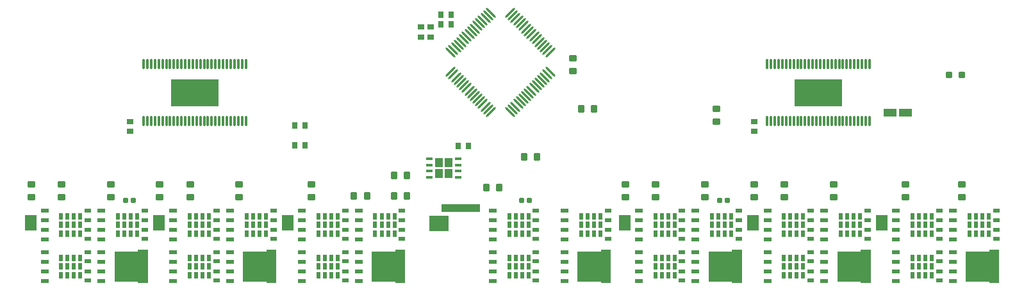
<source format=gtp>
G04*
G04 #@! TF.GenerationSoftware,Altium Limited,Altium Designer,20.0.11 (256)*
G04*
G04 Layer_Color=8421504*
%FSLAX25Y25*%
%MOIN*%
G70*
G01*
G75*
%ADD21R,0.03543X0.02362*%
%ADD22R,0.02362X0.03543*%
%ADD23R,0.04134X0.05118*%
%ADD24R,0.04134X0.05118*%
%ADD25R,0.04134X0.05118*%
%ADD26R,0.04134X0.05118*%
%ADD27R,0.10236X0.08268*%
%ADD28R,0.20079X0.04331*%
%ADD29R,0.06299X0.08268*%
%ADD30R,0.06693X0.03937*%
G04:AMPARAMS|DCode=31|XSize=39.37mil|YSize=35.43mil|CornerRadius=4.43mil|HoleSize=0mil|Usage=FLASHONLY|Rotation=180.000|XOffset=0mil|YOffset=0mil|HoleType=Round|Shape=RoundedRectangle|*
%AMROUNDEDRECTD31*
21,1,0.03937,0.02657,0,0,180.0*
21,1,0.03051,0.03543,0,0,180.0*
1,1,0.00886,-0.01526,0.01329*
1,1,0.00886,0.01526,0.01329*
1,1,0.00886,0.01526,-0.01329*
1,1,0.00886,-0.01526,-0.01329*
%
%ADD31ROUNDEDRECTD31*%
G04:AMPARAMS|DCode=32|XSize=39.37mil|YSize=35.43mil|CornerRadius=4.43mil|HoleSize=0mil|Usage=FLASHONLY|Rotation=270.000|XOffset=0mil|YOffset=0mil|HoleType=Round|Shape=RoundedRectangle|*
%AMROUNDEDRECTD32*
21,1,0.03937,0.02657,0,0,270.0*
21,1,0.03051,0.03543,0,0,270.0*
1,1,0.00886,-0.01329,-0.01526*
1,1,0.00886,-0.01329,0.01526*
1,1,0.00886,0.01329,0.01526*
1,1,0.00886,0.01329,-0.01526*
%
%ADD32ROUNDEDRECTD32*%
%ADD33R,0.03543X0.01181*%
%ADD34R,0.04134X0.02362*%
G04:AMPARAMS|DCode=35|XSize=11.81mil|YSize=70.87mil|CornerRadius=0mil|HoleSize=0mil|Usage=FLASHONLY|Rotation=45.000|XOffset=0mil|YOffset=0mil|HoleType=Round|Shape=Round|*
%AMOVALD35*
21,1,0.05906,0.01181,0.00000,0.00000,135.0*
1,1,0.01181,0.02088,-0.02088*
1,1,0.01181,-0.02088,0.02088*
%
%ADD35OVALD35*%

G04:AMPARAMS|DCode=36|XSize=11.81mil|YSize=70.87mil|CornerRadius=0mil|HoleSize=0mil|Usage=FLASHONLY|Rotation=315.000|XOffset=0mil|YOffset=0mil|HoleType=Round|Shape=Round|*
%AMOVALD36*
21,1,0.05906,0.01181,0.00000,0.00000,45.0*
1,1,0.01181,-0.02088,-0.02088*
1,1,0.01181,0.02088,0.02088*
%
%ADD36OVALD36*%

%ADD37R,0.25000X0.14213*%
%ADD38O,0.01181X0.05512*%
%ADD39R,0.02756X0.03347*%
%ADD40R,0.03347X0.02756*%
G04:AMPARAMS|DCode=41|XSize=23.62mil|YSize=23.62mil|CornerRadius=2.36mil|HoleSize=0mil|Usage=FLASHONLY|Rotation=90.000|XOffset=0mil|YOffset=0mil|HoleType=Round|Shape=RoundedRectangle|*
%AMROUNDEDRECTD41*
21,1,0.02362,0.01890,0,0,90.0*
21,1,0.01890,0.02362,0,0,90.0*
1,1,0.00472,0.00945,0.00945*
1,1,0.00472,0.00945,-0.00945*
1,1,0.00472,-0.00945,-0.00945*
1,1,0.00472,-0.00945,0.00945*
%
%ADD41ROUNDEDRECTD41*%
G04:AMPARAMS|DCode=42|XSize=31.5mil|YSize=31.5mil|CornerRadius=3.94mil|HoleSize=0mil|Usage=FLASHONLY|Rotation=0.000|XOffset=0mil|YOffset=0mil|HoleType=Round|Shape=RoundedRectangle|*
%AMROUNDEDRECTD42*
21,1,0.03150,0.02362,0,0,0.0*
21,1,0.02362,0.03150,0,0,0.0*
1,1,0.00787,0.01181,-0.01181*
1,1,0.00787,-0.01181,-0.01181*
1,1,0.00787,-0.01181,0.01181*
1,1,0.00787,0.01181,0.01181*
%
%ADD42ROUNDEDRECTD42*%
G36*
X102756Y59842D02*
Y59055D01*
X90551D01*
Y43307D01*
X102756D01*
Y42520D01*
X107874D01*
Y59842D01*
X102756D01*
D02*
G37*
G36*
X169685D02*
Y59055D01*
X157480D01*
Y43307D01*
X169685D01*
Y42520D01*
X174803D01*
Y59842D01*
X169685D01*
D02*
G37*
G36*
X236614Y59842D02*
Y59055D01*
X224409D01*
Y43307D01*
X236614D01*
Y42520D01*
X241732D01*
Y59842D01*
X236614D01*
D02*
G37*
G36*
X343701Y59842D02*
Y59055D01*
X331496D01*
Y43307D01*
X343701D01*
Y42520D01*
X348819D01*
Y59842D01*
X343701D01*
D02*
G37*
G36*
X411811Y59842D02*
Y59055D01*
X399606D01*
Y43307D01*
X411811D01*
Y42520D01*
X416929D01*
Y59842D01*
X411811D01*
D02*
G37*
G36*
X478740D02*
Y59055D01*
X466535D01*
Y43307D01*
X478740D01*
Y42520D01*
X483858D01*
Y59842D01*
X478740D01*
D02*
G37*
G36*
X545669Y59842D02*
Y59055D01*
X533464D01*
Y43307D01*
X545669D01*
Y42520D01*
X550787D01*
Y59842D01*
X545669D01*
D02*
G37*
D21*
X76771Y80216D02*
D03*
Y75394D02*
D03*
Y70276D02*
D03*
Y65453D02*
D03*
X143701Y58563D02*
D03*
Y53740D02*
D03*
Y48622D02*
D03*
Y43799D02*
D03*
X210630Y58563D02*
D03*
Y53740D02*
D03*
Y48622D02*
D03*
Y43799D02*
D03*
X240157Y80216D02*
D03*
Y75394D02*
D03*
Y70275D02*
D03*
Y65453D02*
D03*
X143701Y80216D02*
D03*
Y75394D02*
D03*
Y70276D02*
D03*
Y65453D02*
D03*
X210630Y80216D02*
D03*
Y75394D02*
D03*
Y70275D02*
D03*
Y65453D02*
D03*
X173228Y80216D02*
D03*
Y75394D02*
D03*
Y70276D02*
D03*
Y65453D02*
D03*
X76771Y58563D02*
D03*
Y53740D02*
D03*
Y48622D02*
D03*
Y43799D02*
D03*
X106299Y80216D02*
D03*
Y75394D02*
D03*
Y70276D02*
D03*
Y65453D02*
D03*
X482283Y80216D02*
D03*
Y75394D02*
D03*
Y70276D02*
D03*
Y65453D02*
D03*
X519685Y80216D02*
D03*
Y75394D02*
D03*
Y70275D02*
D03*
Y65453D02*
D03*
X385827Y58563D02*
D03*
Y53740D02*
D03*
Y48622D02*
D03*
Y43799D02*
D03*
X519685Y58563D02*
D03*
Y53740D02*
D03*
Y48622D02*
D03*
Y43799D02*
D03*
X415354Y80216D02*
D03*
Y75394D02*
D03*
Y70276D02*
D03*
Y65453D02*
D03*
X385827Y80216D02*
D03*
Y75394D02*
D03*
Y70276D02*
D03*
Y65453D02*
D03*
X347244Y80216D02*
D03*
Y75394D02*
D03*
Y70275D02*
D03*
Y65453D02*
D03*
X309842Y80216D02*
D03*
Y75394D02*
D03*
Y70275D02*
D03*
Y65453D02*
D03*
X452756Y58563D02*
D03*
Y53740D02*
D03*
Y48622D02*
D03*
Y43799D02*
D03*
Y80216D02*
D03*
Y75394D02*
D03*
Y70276D02*
D03*
Y65453D02*
D03*
X309842Y58563D02*
D03*
Y53740D02*
D03*
Y48622D02*
D03*
Y43799D02*
D03*
X549213Y80216D02*
D03*
Y75394D02*
D03*
Y70275D02*
D03*
Y65453D02*
D03*
D22*
X72834Y77362D02*
D03*
X69488Y72835D02*
D03*
Y77362D02*
D03*
X72834Y72835D02*
D03*
Y68307D02*
D03*
X69488D02*
D03*
X66141Y77362D02*
D03*
X62795D02*
D03*
X66141Y72835D02*
D03*
X62795D02*
D03*
X66141Y68307D02*
D03*
X62795D02*
D03*
X139764Y55709D02*
D03*
X136417Y51181D02*
D03*
Y55709D02*
D03*
X139764Y51181D02*
D03*
Y46654D02*
D03*
X136417D02*
D03*
X133071Y55709D02*
D03*
X129724D02*
D03*
X133071Y51181D02*
D03*
X129724D02*
D03*
X133071Y46654D02*
D03*
X129724D02*
D03*
X206693Y55709D02*
D03*
X203346Y51181D02*
D03*
Y55709D02*
D03*
X206693Y51181D02*
D03*
Y46654D02*
D03*
X203346D02*
D03*
X200000Y55709D02*
D03*
X196653D02*
D03*
X200000Y51181D02*
D03*
X196653D02*
D03*
X200000Y46654D02*
D03*
X196653D02*
D03*
X236220Y77362D02*
D03*
X232874Y72835D02*
D03*
Y77362D02*
D03*
X236220Y72835D02*
D03*
Y68307D02*
D03*
X232874D02*
D03*
X229527Y77362D02*
D03*
X226181D02*
D03*
X229527Y72835D02*
D03*
X226181D02*
D03*
X229527Y68307D02*
D03*
X226181D02*
D03*
X139764Y77362D02*
D03*
X136417Y72835D02*
D03*
Y77362D02*
D03*
X139764Y72835D02*
D03*
Y68307D02*
D03*
X136417D02*
D03*
X133071Y77362D02*
D03*
X129724D02*
D03*
X133071Y72835D02*
D03*
X129724D02*
D03*
X133071Y68307D02*
D03*
X129724D02*
D03*
X206693Y77362D02*
D03*
X203346Y72835D02*
D03*
Y77362D02*
D03*
X206693Y72835D02*
D03*
Y68307D02*
D03*
X203346D02*
D03*
X200000Y77362D02*
D03*
X196653D02*
D03*
X200000Y72835D02*
D03*
X196653D02*
D03*
X200000Y68307D02*
D03*
X196653D02*
D03*
X169291Y77362D02*
D03*
X165945Y72835D02*
D03*
Y77362D02*
D03*
X169291Y72835D02*
D03*
Y68307D02*
D03*
X165945D02*
D03*
X162598Y77362D02*
D03*
X159252D02*
D03*
X162598Y72835D02*
D03*
X159252D02*
D03*
X162598Y68307D02*
D03*
X159252D02*
D03*
X72834Y55709D02*
D03*
X69488Y51181D02*
D03*
Y55709D02*
D03*
X72834Y51181D02*
D03*
Y46654D02*
D03*
X69488D02*
D03*
X66141Y55709D02*
D03*
X62795D02*
D03*
X66141Y51181D02*
D03*
X62795D02*
D03*
X66141Y46654D02*
D03*
X62795D02*
D03*
X102362Y77362D02*
D03*
X99016Y72835D02*
D03*
Y77362D02*
D03*
X102362Y72835D02*
D03*
Y68307D02*
D03*
X99016D02*
D03*
X95669Y77362D02*
D03*
X92323D02*
D03*
X95669Y72835D02*
D03*
X92323D02*
D03*
X95669Y68307D02*
D03*
X92323D02*
D03*
X478346Y77362D02*
D03*
X475000Y72835D02*
D03*
Y77362D02*
D03*
X478346Y72835D02*
D03*
Y68307D02*
D03*
X475000D02*
D03*
X471654Y77362D02*
D03*
X468307D02*
D03*
X471654Y72835D02*
D03*
X468307D02*
D03*
X471654Y68307D02*
D03*
X468307D02*
D03*
X515748Y77362D02*
D03*
X512401Y72835D02*
D03*
Y77362D02*
D03*
X515748Y72835D02*
D03*
Y68307D02*
D03*
X512401D02*
D03*
X509055Y77362D02*
D03*
X505709D02*
D03*
X509055Y72835D02*
D03*
X505709D02*
D03*
X509055Y68307D02*
D03*
X505709D02*
D03*
X381890Y55709D02*
D03*
X378543Y51181D02*
D03*
Y55709D02*
D03*
X381890Y51181D02*
D03*
Y46654D02*
D03*
X378543D02*
D03*
X375197Y55709D02*
D03*
X371850D02*
D03*
X375197Y51181D02*
D03*
X371850D02*
D03*
X375197Y46654D02*
D03*
X371850D02*
D03*
X515748Y55709D02*
D03*
X512401Y51181D02*
D03*
Y55709D02*
D03*
X515748Y51181D02*
D03*
Y46654D02*
D03*
X512401D02*
D03*
X509055Y55709D02*
D03*
X505709D02*
D03*
X509055Y51181D02*
D03*
X505709D02*
D03*
X509055Y46654D02*
D03*
X505709D02*
D03*
X411417Y77362D02*
D03*
X408071Y72835D02*
D03*
Y77362D02*
D03*
X411417Y72835D02*
D03*
Y68307D02*
D03*
X408071D02*
D03*
X404724Y77362D02*
D03*
X401378D02*
D03*
X404724Y72835D02*
D03*
X401378D02*
D03*
X404724Y68307D02*
D03*
X401378D02*
D03*
X381890Y77362D02*
D03*
X378543Y72835D02*
D03*
Y77362D02*
D03*
X381890Y72835D02*
D03*
Y68307D02*
D03*
X378543D02*
D03*
X375197Y77362D02*
D03*
X371850D02*
D03*
X375197Y72835D02*
D03*
X371850D02*
D03*
X375197Y68307D02*
D03*
X371850D02*
D03*
X343307Y77362D02*
D03*
X339961Y72834D02*
D03*
Y77362D02*
D03*
X343307Y72834D02*
D03*
Y68307D02*
D03*
X339961D02*
D03*
X336614Y77362D02*
D03*
X333268D02*
D03*
X336614Y72834D02*
D03*
X333268D02*
D03*
X336614Y68307D02*
D03*
X333268D02*
D03*
X305906Y77362D02*
D03*
X302559Y72834D02*
D03*
Y77362D02*
D03*
X305906Y72834D02*
D03*
Y68307D02*
D03*
X302559D02*
D03*
X299213Y77362D02*
D03*
X295866D02*
D03*
X299213Y72834D02*
D03*
X295866D02*
D03*
X299213Y68307D02*
D03*
X295866D02*
D03*
X448819Y55709D02*
D03*
X445472Y51181D02*
D03*
Y55709D02*
D03*
X448819Y51181D02*
D03*
Y46654D02*
D03*
X445472D02*
D03*
X442126Y55709D02*
D03*
X438779D02*
D03*
X442126Y51181D02*
D03*
X438779D02*
D03*
X442126Y46654D02*
D03*
X438779D02*
D03*
X448819Y77362D02*
D03*
X445472Y72835D02*
D03*
Y77362D02*
D03*
X448819Y72835D02*
D03*
Y68307D02*
D03*
X445472D02*
D03*
X442126Y77362D02*
D03*
X438779D02*
D03*
X442126Y72835D02*
D03*
X438779D02*
D03*
X442126Y68307D02*
D03*
X438779D02*
D03*
X305906Y55708D02*
D03*
X302559Y51181D02*
D03*
Y55708D02*
D03*
X305906Y51181D02*
D03*
Y46654D02*
D03*
X302559D02*
D03*
X299213Y55708D02*
D03*
X295866D02*
D03*
X299213Y51181D02*
D03*
X295866D02*
D03*
X299213Y46654D02*
D03*
X295866D02*
D03*
X545275Y77362D02*
D03*
X541929Y72835D02*
D03*
Y77362D02*
D03*
X545275Y72835D02*
D03*
Y68307D02*
D03*
X541929D02*
D03*
X538583Y77362D02*
D03*
X535236D02*
D03*
X538583Y72835D02*
D03*
X535236D02*
D03*
X538583Y68307D02*
D03*
X535236D02*
D03*
D23*
X264272Y105314D02*
D03*
D24*
X264272Y99409D02*
D03*
D25*
X259350Y105314D02*
D03*
D26*
X259350Y99409D02*
D03*
D27*
X259449Y73425D02*
D03*
D28*
X270669Y81693D02*
D03*
D29*
X46850Y73819D02*
D03*
X113779D02*
D03*
X180709D02*
D03*
X355906D02*
D03*
X422835D02*
D03*
X489764D02*
D03*
D30*
X502165Y131102D02*
D03*
X493898D02*
D03*
D31*
X329134Y152953D02*
D03*
Y159646D02*
D03*
X47244Y93898D02*
D03*
Y87205D02*
D03*
X62992Y93898D02*
D03*
Y87205D02*
D03*
X88582Y93898D02*
D03*
Y87205D02*
D03*
X114173Y93898D02*
D03*
Y87205D02*
D03*
X129921Y93898D02*
D03*
Y87205D02*
D03*
X155512Y93898D02*
D03*
Y87205D02*
D03*
X192913Y93898D02*
D03*
Y87205D02*
D03*
X403543Y126575D02*
D03*
Y133268D02*
D03*
X356299Y93898D02*
D03*
Y87205D02*
D03*
X372047Y87204D02*
D03*
Y93897D02*
D03*
X501968Y87204D02*
D03*
Y93897D02*
D03*
X464567Y87204D02*
D03*
Y93898D02*
D03*
X531496Y87204D02*
D03*
Y93897D02*
D03*
X438976Y87204D02*
D03*
Y93897D02*
D03*
X397638Y87204D02*
D03*
Y93898D02*
D03*
X423228Y93898D02*
D03*
Y87205D02*
D03*
D32*
X339961Y133071D02*
D03*
X333268D02*
D03*
X215157Y87795D02*
D03*
X221850D02*
D03*
X236023Y98425D02*
D03*
X242717D02*
D03*
X236024Y87795D02*
D03*
X242717D02*
D03*
X284055Y92126D02*
D03*
X290748D02*
D03*
X303740Y108268D02*
D03*
X310433D02*
D03*
D33*
X269272Y103937D02*
D03*
Y107087D02*
D03*
Y100787D02*
D03*
Y97638D02*
D03*
X254350Y107087D02*
D03*
Y100787D02*
D03*
Y103937D02*
D03*
Y97638D02*
D03*
D34*
X217618Y53681D02*
D03*
Y58681D02*
D03*
Y48681D02*
D03*
Y43681D02*
D03*
X83760Y53681D02*
D03*
Y58681D02*
D03*
Y48681D02*
D03*
Y43681D02*
D03*
X54232Y75335D02*
D03*
Y80335D02*
D03*
Y70335D02*
D03*
Y65335D02*
D03*
X121161Y53681D02*
D03*
Y58681D02*
D03*
Y48681D02*
D03*
Y43681D02*
D03*
X150689Y53681D02*
D03*
Y58681D02*
D03*
Y48681D02*
D03*
Y43681D02*
D03*
X188090Y53681D02*
D03*
Y58681D02*
D03*
Y48681D02*
D03*
Y43681D02*
D03*
X217618Y75335D02*
D03*
Y80335D02*
D03*
Y70335D02*
D03*
Y65335D02*
D03*
X121161Y75335D02*
D03*
Y80335D02*
D03*
Y70335D02*
D03*
Y65335D02*
D03*
X188090Y75335D02*
D03*
Y80335D02*
D03*
Y70335D02*
D03*
Y65335D02*
D03*
X150689Y75335D02*
D03*
Y80335D02*
D03*
Y70335D02*
D03*
Y65335D02*
D03*
X54232Y53681D02*
D03*
Y58681D02*
D03*
Y48681D02*
D03*
Y43681D02*
D03*
X83760Y75335D02*
D03*
Y80335D02*
D03*
Y70335D02*
D03*
Y65335D02*
D03*
X459744Y53681D02*
D03*
Y58681D02*
D03*
Y48681D02*
D03*
Y43681D02*
D03*
X459744Y75335D02*
D03*
Y80335D02*
D03*
Y70335D02*
D03*
Y65335D02*
D03*
X497146Y75335D02*
D03*
Y80335D02*
D03*
Y70335D02*
D03*
Y65335D02*
D03*
X392815Y53681D02*
D03*
Y58681D02*
D03*
Y48681D02*
D03*
Y43681D02*
D03*
X363287Y53681D02*
D03*
Y58681D02*
D03*
Y48681D02*
D03*
Y43681D02*
D03*
X497146Y53681D02*
D03*
Y58681D02*
D03*
Y48681D02*
D03*
Y43681D02*
D03*
X392815Y75335D02*
D03*
Y80335D02*
D03*
Y70335D02*
D03*
Y65335D02*
D03*
X363287Y75335D02*
D03*
Y80335D02*
D03*
Y70335D02*
D03*
Y65335D02*
D03*
X324705Y75335D02*
D03*
Y80335D02*
D03*
Y70335D02*
D03*
Y65334D02*
D03*
X324705Y53681D02*
D03*
Y58681D02*
D03*
Y48681D02*
D03*
Y43681D02*
D03*
X287303Y75335D02*
D03*
Y80335D02*
D03*
Y70335D02*
D03*
Y65334D02*
D03*
X526673Y53681D02*
D03*
Y58681D02*
D03*
Y48681D02*
D03*
Y43681D02*
D03*
X430217Y53681D02*
D03*
Y58681D02*
D03*
Y48681D02*
D03*
Y43681D02*
D03*
Y75335D02*
D03*
Y80335D02*
D03*
Y70335D02*
D03*
Y65335D02*
D03*
X287303Y53681D02*
D03*
Y58681D02*
D03*
Y48681D02*
D03*
Y43681D02*
D03*
X526673Y75335D02*
D03*
Y80335D02*
D03*
Y70335D02*
D03*
Y65335D02*
D03*
D35*
X308877Y144118D02*
D03*
X306093Y141334D02*
D03*
X296350Y131590D02*
D03*
X299133Y134374D02*
D03*
X317229Y152469D02*
D03*
X314445Y149685D02*
D03*
X315837Y151077D02*
D03*
X273800Y170843D02*
D03*
X272408Y169451D02*
D03*
X277976Y175019D02*
D03*
X266840Y163883D02*
D03*
X265448Y162491D02*
D03*
X271016Y168059D02*
D03*
X268232Y165275D02*
D03*
X269624Y166667D02*
D03*
X283544Y180587D02*
D03*
X286328Y183370D02*
D03*
X284936Y181978D02*
D03*
X282152Y179195D02*
D03*
X279368Y176411D02*
D03*
X280760Y177803D02*
D03*
X307485Y142726D02*
D03*
X297742Y132982D02*
D03*
X310269Y145510D02*
D03*
X300525Y135766D02*
D03*
X304701Y139942D02*
D03*
X303309Y138550D02*
D03*
X301917Y137158D02*
D03*
X313053Y148294D02*
D03*
X311661Y146902D02*
D03*
X275192Y172235D02*
D03*
X276584Y173627D02*
D03*
D36*
X286328Y131590D02*
D03*
X284936Y132982D02*
D03*
X283544Y134374D02*
D03*
X282152Y135766D02*
D03*
X280760Y137158D02*
D03*
X279368Y138550D02*
D03*
X277976Y139942D02*
D03*
X276584Y141334D02*
D03*
X275192Y142726D02*
D03*
X273800Y144118D02*
D03*
X272408Y145510D02*
D03*
X271016Y146902D02*
D03*
X269624Y148293D02*
D03*
X268232Y149685D02*
D03*
X266840Y151077D02*
D03*
X265448Y152469D02*
D03*
X317229Y162491D02*
D03*
X307485Y172235D02*
D03*
X306093Y173627D02*
D03*
X304701Y175019D02*
D03*
X303309Y176410D02*
D03*
X301917Y177803D02*
D03*
X300525Y179195D02*
D03*
X299133Y180587D02*
D03*
X297742Y181978D02*
D03*
X296350Y183370D02*
D03*
X315837Y163883D02*
D03*
X311661Y168059D02*
D03*
X310269Y169451D02*
D03*
X308877Y170843D02*
D03*
X313053Y166667D02*
D03*
X314445Y165275D02*
D03*
D37*
X456693Y141732D02*
D03*
X132283D02*
D03*
D38*
X430118Y126772D02*
D03*
X432087D02*
D03*
X434055D02*
D03*
X436024D02*
D03*
X437992D02*
D03*
X439960D02*
D03*
X441929D02*
D03*
X443898D02*
D03*
X445866D02*
D03*
X447835D02*
D03*
X449803D02*
D03*
X451772D02*
D03*
X453740D02*
D03*
X455709D02*
D03*
X457677D02*
D03*
X459646D02*
D03*
X461614D02*
D03*
X463583D02*
D03*
X465551D02*
D03*
X467520D02*
D03*
X469488D02*
D03*
X471457D02*
D03*
X473425D02*
D03*
X475394D02*
D03*
X477362D02*
D03*
X479331D02*
D03*
X481299D02*
D03*
X483268D02*
D03*
X430118Y156693D02*
D03*
X432087D02*
D03*
X434055D02*
D03*
X436024D02*
D03*
X437992D02*
D03*
X439960D02*
D03*
X441929D02*
D03*
X443898D02*
D03*
X445866D02*
D03*
X447835D02*
D03*
X449803D02*
D03*
X451772D02*
D03*
X453740D02*
D03*
X455709D02*
D03*
X457677D02*
D03*
X459646D02*
D03*
X461614D02*
D03*
X463583D02*
D03*
X465551D02*
D03*
X467520D02*
D03*
X469488D02*
D03*
X471457D02*
D03*
X473425D02*
D03*
X475394D02*
D03*
X477362D02*
D03*
X479331D02*
D03*
X481299D02*
D03*
X483268D02*
D03*
X105709Y126772D02*
D03*
X107677D02*
D03*
X109646D02*
D03*
X111614D02*
D03*
X113583D02*
D03*
X115551D02*
D03*
X117520D02*
D03*
X119488D02*
D03*
X121457D02*
D03*
X123425D02*
D03*
X125394D02*
D03*
X127362D02*
D03*
X129331D02*
D03*
X131299D02*
D03*
X133268D02*
D03*
X135236D02*
D03*
X137205D02*
D03*
X139173D02*
D03*
X141142D02*
D03*
X143110D02*
D03*
X145079D02*
D03*
X147047D02*
D03*
X149016D02*
D03*
X150984D02*
D03*
X152953D02*
D03*
X154921D02*
D03*
X156890D02*
D03*
X158858D02*
D03*
X105709Y156693D02*
D03*
X107677D02*
D03*
X109646D02*
D03*
X111614D02*
D03*
X113583D02*
D03*
X115551D02*
D03*
X129331D02*
D03*
X131299D02*
D03*
X133268D02*
D03*
X135236D02*
D03*
X137205D02*
D03*
X147047D02*
D03*
X150984D02*
D03*
X152953D02*
D03*
X154921D02*
D03*
X156890D02*
D03*
X158858D02*
D03*
X127362D02*
D03*
X121457D02*
D03*
X119488D02*
D03*
X117520D02*
D03*
X123425D02*
D03*
X125394D02*
D03*
X141142D02*
D03*
X139173D02*
D03*
X143110D02*
D03*
X145079D02*
D03*
X149016D02*
D03*
D39*
X265551Y182283D02*
D03*
X260433D02*
D03*
X265551Y177165D02*
D03*
X260433D02*
D03*
X269488Y113779D02*
D03*
X274606D02*
D03*
X184449Y114173D02*
D03*
X189567D02*
D03*
Y124409D02*
D03*
X184449D02*
D03*
D40*
X423228Y121457D02*
D03*
Y126575D02*
D03*
X255118Y170669D02*
D03*
Y175787D02*
D03*
X250000Y170669D02*
D03*
Y175787D02*
D03*
X98819Y121457D02*
D03*
Y126575D02*
D03*
D41*
X405512Y85433D02*
D03*
X409449D02*
D03*
X96457D02*
D03*
X100394D02*
D03*
X306299D02*
D03*
X302362D02*
D03*
D42*
X524606Y150787D02*
D03*
X531299D02*
D03*
M02*

</source>
